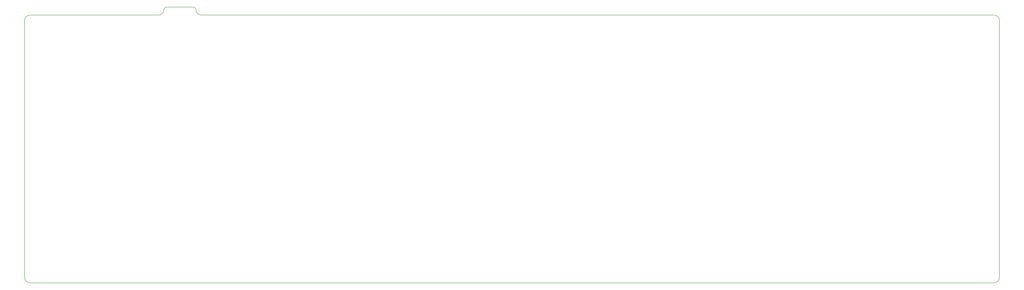
<source format=gm1>
G04 #@! TF.GenerationSoftware,KiCad,Pcbnew,(5.0.0-rc2-dev-733-g23a9fcd91)*
G04 #@! TF.CreationDate,2018-06-11T13:16:23-04:00*
G04 #@! TF.ProjectId,100plus-2,313030706C75732D322E6B696361645F,rev?*
G04 #@! TF.SameCoordinates,Original*
G04 #@! TF.FileFunction,Profile,NP*
%FSLAX45Y45*%
G04 Gerber Fmt 4.5, Leading zero omitted, Abs format (unit mm)*
G04 Created by KiCad (PCBNEW (5.0.0-rc2-dev-733-g23a9fcd91)) date 06/11/18 13:16:23*
%MOMM*%
%LPD*%
G01*
G04 APERTURE LIST*
%ADD10C,0.150000*%
%ADD11C,0.200000*%
G04 APERTURE END LIST*
D10*
X11549062Y-7500937D02*
X12739687Y-7500937D01*
X12739687Y-7500937D02*
G75*
G02X12858750Y-7620000I0J-119063D01*
G01*
X11430000Y-7620000D02*
G75*
G02X11549062Y-7500937I119063J0D01*
G01*
X11430000Y-7620000D02*
G75*
G02X11191875Y-7858125I-238125J0D01*
G01*
X13096875Y-7858125D02*
G75*
G02X12858750Y-7620000I0J238125D01*
G01*
X23574375Y-7858125D02*
X25955625Y-7858125D01*
X13096875Y-7858125D02*
X23574375Y-7858125D01*
X5476875Y-7858125D02*
X11191875Y-7858125D01*
X48339375Y-7858125D02*
G75*
G02X48577500Y-8096250I0J-238125D01*
G01*
X48577500Y-19526250D02*
G75*
G02X48339375Y-19764375I-238125J0D01*
G01*
X5476875Y-19764375D02*
G75*
G02X5238750Y-19526250I0J238125D01*
G01*
X5238750Y-8096250D02*
G75*
G02X5476875Y-7858125I238125J0D01*
G01*
D11*
X5238750Y-19526250D02*
X5238750Y-8096250D01*
X48339375Y-19764375D02*
X5476875Y-19764375D01*
X48577500Y-8096250D02*
X48577500Y-19526250D01*
X25955625Y-7858125D02*
X48339375Y-7858125D01*
M02*

</source>
